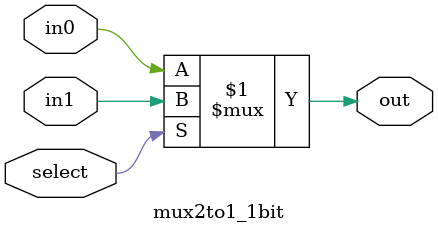
<source format=v>
module mux2to1_1bit(out, in0, in1, select);
  output out;
  input  in0;
  input  in1;
  input  select;

  assign out = select ? in1 : in0;


endmodule

</source>
